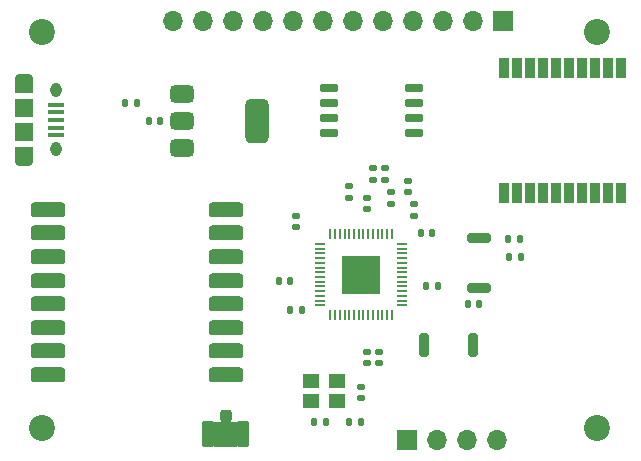
<source format=gbr>
%TF.GenerationSoftware,KiCad,Pcbnew,8.0.4*%
%TF.CreationDate,2024-08-04T16:14:02-04:00*%
%TF.ProjectId,board,626f6172-642e-46b6-9963-61645f706362,rev?*%
%TF.SameCoordinates,Original*%
%TF.FileFunction,Soldermask,Top*%
%TF.FilePolarity,Negative*%
%FSLAX46Y46*%
G04 Gerber Fmt 4.6, Leading zero omitted, Abs format (unit mm)*
G04 Created by KiCad (PCBNEW 8.0.4) date 2024-08-04 16:14:02*
%MOMM*%
%LPD*%
G01*
G04 APERTURE LIST*
G04 Aperture macros list*
%AMRoundRect*
0 Rectangle with rounded corners*
0 $1 Rounding radius*
0 $2 $3 $4 $5 $6 $7 $8 $9 X,Y pos of 4 corners*
0 Add a 4 corners polygon primitive as box body*
4,1,4,$2,$3,$4,$5,$6,$7,$8,$9,$2,$3,0*
0 Add four circle primitives for the rounded corners*
1,1,$1+$1,$2,$3*
1,1,$1+$1,$4,$5*
1,1,$1+$1,$6,$7*
1,1,$1+$1,$8,$9*
0 Add four rect primitives between the rounded corners*
20,1,$1+$1,$2,$3,$4,$5,0*
20,1,$1+$1,$4,$5,$6,$7,0*
20,1,$1+$1,$6,$7,$8,$9,0*
20,1,$1+$1,$8,$9,$2,$3,0*%
G04 Aperture macros list end*
%ADD10RoundRect,0.200000X0.800000X-0.200000X0.800000X0.200000X-0.800000X0.200000X-0.800000X-0.200000X0*%
%ADD11RoundRect,0.140000X-0.170000X0.140000X-0.170000X-0.140000X0.170000X-0.140000X0.170000X0.140000X0*%
%ADD12RoundRect,0.135000X-0.185000X0.135000X-0.185000X-0.135000X0.185000X-0.135000X0.185000X0.135000X0*%
%ADD13C,2.200000*%
%ADD14RoundRect,0.200000X0.200000X0.800000X-0.200000X0.800000X-0.200000X-0.800000X0.200000X-0.800000X0*%
%ADD15R,1.700000X1.700000*%
%ADD16O,1.700000X1.700000*%
%ADD17RoundRect,0.140000X0.140000X0.170000X-0.140000X0.170000X-0.140000X-0.170000X0.140000X-0.170000X0*%
%ADD18RoundRect,0.140000X0.170000X-0.140000X0.170000X0.140000X-0.170000X0.140000X-0.170000X-0.140000X0*%
%ADD19RoundRect,0.135000X-0.135000X-0.185000X0.135000X-0.185000X0.135000X0.185000X-0.135000X0.185000X0*%
%ADD20RoundRect,0.317500X-1.157500X-0.317500X1.157500X-0.317500X1.157500X0.317500X-1.157500X0.317500X0*%
%ADD21RoundRect,0.140000X-0.140000X-0.170000X0.140000X-0.170000X0.140000X0.170000X-0.140000X0.170000X0*%
%ADD22RoundRect,0.375000X-0.625000X-0.375000X0.625000X-0.375000X0.625000X0.375000X-0.625000X0.375000X0*%
%ADD23RoundRect,0.500000X-0.500000X-1.400000X0.500000X-1.400000X0.500000X1.400000X-0.500000X1.400000X0*%
%ADD24RoundRect,0.150000X-0.650000X-0.150000X0.650000X-0.150000X0.650000X0.150000X-0.650000X0.150000X0*%
%ADD25R,1.350000X0.400000*%
%ADD26O,1.550000X0.890000*%
%ADD27R,1.550000X1.200000*%
%ADD28O,0.950000X1.250000*%
%ADD29R,1.550000X1.500000*%
%ADD30R,0.900000X1.800000*%
%ADD31RoundRect,0.050000X-0.387500X-0.050000X0.387500X-0.050000X0.387500X0.050000X-0.387500X0.050000X0*%
%ADD32RoundRect,0.050000X-0.050000X-0.387500X0.050000X-0.387500X0.050000X0.387500X-0.050000X0.387500X0*%
%ADD33R,3.200000X3.200000*%
%ADD34R,1.400000X1.200000*%
%ADD35RoundRect,0.135000X0.135000X0.185000X-0.135000X0.185000X-0.135000X-0.185000X0.135000X-0.185000X0*%
%ADD36RoundRect,0.250000X-0.250000X0.275000X-0.250000X-0.275000X0.250000X-0.275000X0.250000X0.275000X0*%
%ADD37RoundRect,0.250000X-0.275000X0.850000X-0.275000X-0.850000X0.275000X-0.850000X0.275000X0.850000X0*%
G04 APERTURE END LIST*
%TO.C,J1*%
G36*
X61465000Y-62510000D02*
G01*
X59585000Y-62510000D01*
X59585000Y-64600000D01*
X61465000Y-64600000D01*
X61465000Y-62510000D01*
G37*
%TD*%
D10*
%TO.C,SW1*%
X82000000Y-51100000D03*
X82000000Y-46900000D03*
%TD*%
D11*
%TO.C,C5*%
X66500000Y-45020000D03*
X66500000Y-45980000D03*
%TD*%
D12*
%TO.C,R2*%
X73000000Y-40980000D03*
X73000000Y-42000000D03*
%TD*%
D13*
%TO.C,REF\u002A\u002A*%
X45000000Y-29500000D03*
%TD*%
D14*
%TO.C,SW2*%
X81500000Y-56000000D03*
X77300000Y-56000000D03*
%TD*%
D15*
%TO.C,J2*%
X75920000Y-64000000D03*
D16*
X78460000Y-64000000D03*
X81000000Y-64000000D03*
X83540000Y-64000000D03*
%TD*%
D17*
%TO.C,C15*%
X69000000Y-62500000D03*
X68040000Y-62500000D03*
%TD*%
D18*
%TO.C,C16*%
X72000000Y-60480000D03*
X72000000Y-59520000D03*
%TD*%
D19*
%TO.C,R8*%
X65980000Y-53000000D03*
X67000000Y-53000000D03*
%TD*%
D13*
%TO.C,REF\u002A\u002A*%
X92000000Y-29500000D03*
%TD*%
D15*
%TO.C,J3*%
X84000000Y-28500000D03*
D16*
X81460000Y-28500000D03*
X78920000Y-28500000D03*
X76380000Y-28500000D03*
X73840000Y-28500000D03*
X71300000Y-28500000D03*
X68760000Y-28500000D03*
X66220000Y-28500000D03*
X63680000Y-28500000D03*
X61140000Y-28500000D03*
X58600000Y-28500000D03*
X56060000Y-28500000D03*
%TD*%
D20*
%TO.C,U4*%
X45475000Y-44500000D03*
X45475000Y-46500000D03*
X45475000Y-48500000D03*
X45475000Y-50500000D03*
X45475000Y-52500000D03*
X45475000Y-54500000D03*
X45475000Y-56500000D03*
X45475000Y-58500000D03*
X60525000Y-58500000D03*
X60525000Y-56500000D03*
X60525000Y-54500000D03*
X60525000Y-52500000D03*
X60525000Y-50500000D03*
X60525000Y-48500000D03*
X60525000Y-46500000D03*
X60525000Y-44500000D03*
%TD*%
D11*
%TO.C,C9*%
X73500000Y-56540000D03*
X73500000Y-57500000D03*
%TD*%
D18*
%TO.C,C11*%
X74500000Y-44000000D03*
X74500000Y-43040000D03*
%TD*%
D21*
%TO.C,C12*%
X52040000Y-35500000D03*
X53000000Y-35500000D03*
%TD*%
D22*
%TO.C,U3*%
X56850000Y-34700000D03*
X56850000Y-37000000D03*
D23*
X63150000Y-37000000D03*
D22*
X56850000Y-39300000D03*
%TD*%
D17*
%TO.C,C1*%
X78000000Y-46500000D03*
X77040000Y-46500000D03*
%TD*%
D24*
%TO.C,U2*%
X69300000Y-34190000D03*
X69300000Y-35460000D03*
X69300000Y-36730000D03*
X69300000Y-38000000D03*
X76500000Y-38000000D03*
X76500000Y-36730000D03*
X76500000Y-35460000D03*
X76500000Y-34190000D03*
%TD*%
D12*
%TO.C,R1*%
X73990000Y-40980000D03*
X73990000Y-42000000D03*
%TD*%
D13*
%TO.C,REF\u002A\u002A*%
X45000000Y-63000000D03*
%TD*%
D19*
%TO.C,R7*%
X70980000Y-62500000D03*
X72000000Y-62500000D03*
%TD*%
D25*
%TO.C,J4*%
X46200000Y-35600000D03*
X46200000Y-36250000D03*
X46200000Y-36900000D03*
X46200000Y-37550000D03*
X46200000Y-38200000D03*
D26*
X43500000Y-33400000D03*
D27*
X43500000Y-34000000D03*
D28*
X46200000Y-34400000D03*
D29*
X43500000Y-35900000D03*
X43500000Y-37900000D03*
D28*
X46200000Y-39400000D03*
D27*
X43500000Y-39800000D03*
D26*
X43500000Y-40400000D03*
%TD*%
D30*
%TO.C,U5*%
X94000000Y-32500500D03*
X92900000Y-32500000D03*
X91800000Y-32500000D03*
X90700000Y-32500000D03*
X89600000Y-32500000D03*
X88500000Y-32500000D03*
X87400000Y-32500000D03*
X86300000Y-32500000D03*
X85200000Y-32500000D03*
X84100000Y-32500000D03*
X84100000Y-43128000D03*
X85200000Y-43128000D03*
X86300000Y-43128000D03*
X87400000Y-43128000D03*
X88500000Y-43128000D03*
X89600000Y-43128000D03*
X90700000Y-43128000D03*
X91800000Y-43128000D03*
X92900000Y-43128000D03*
X94000000Y-43128000D03*
%TD*%
D17*
%TO.C,C13*%
X54980000Y-37000000D03*
X54020000Y-37000000D03*
%TD*%
D31*
%TO.C,U1*%
X68562500Y-47400000D03*
X68562500Y-47800000D03*
X68562500Y-48200000D03*
X68562500Y-48600000D03*
X68562500Y-49000000D03*
X68562500Y-49400000D03*
X68562500Y-49800000D03*
X68562500Y-50200000D03*
X68562500Y-50600000D03*
X68562500Y-51000000D03*
X68562500Y-51400000D03*
X68562500Y-51800000D03*
X68562500Y-52200000D03*
X68562500Y-52600000D03*
D32*
X69400000Y-53437500D03*
X69800000Y-53437500D03*
X70200000Y-53437500D03*
X70600000Y-53437500D03*
X71000000Y-53437500D03*
X71400000Y-53437500D03*
X71800000Y-53437500D03*
X72200000Y-53437500D03*
X72600000Y-53437500D03*
X73000000Y-53437500D03*
X73400000Y-53437500D03*
X73800000Y-53437500D03*
X74200000Y-53437500D03*
X74600000Y-53437500D03*
D31*
X75437500Y-52600000D03*
X75437500Y-52200000D03*
X75437500Y-51800000D03*
X75437500Y-51400000D03*
X75437500Y-51000000D03*
X75437500Y-50600000D03*
X75437500Y-50200000D03*
X75437500Y-49800000D03*
X75437500Y-49400000D03*
X75437500Y-49000000D03*
X75437500Y-48600000D03*
X75437500Y-48200000D03*
X75437500Y-47800000D03*
X75437500Y-47400000D03*
D32*
X74600000Y-46562500D03*
X74200000Y-46562500D03*
X73800000Y-46562500D03*
X73400000Y-46562500D03*
X73000000Y-46562500D03*
X72600000Y-46562500D03*
X72200000Y-46562500D03*
X71800000Y-46562500D03*
X71400000Y-46562500D03*
X71000000Y-46562500D03*
X70600000Y-46562500D03*
X70200000Y-46562500D03*
X69800000Y-46562500D03*
X69400000Y-46562500D03*
D33*
X72000000Y-50000000D03*
%TD*%
D21*
%TO.C,C4*%
X65020000Y-50500000D03*
X65980000Y-50500000D03*
%TD*%
D17*
%TO.C,C2*%
X78480000Y-51000000D03*
X77520000Y-51000000D03*
%TD*%
D13*
%TO.C,REF\u002A\u002A*%
X92000000Y-63000000D03*
%TD*%
D19*
%TO.C,R6*%
X84480000Y-47000000D03*
X85500000Y-47000000D03*
%TD*%
D34*
%TO.C,Y1*%
X67800000Y-60700000D03*
X70000000Y-60700000D03*
X70000000Y-59000000D03*
X67800000Y-59000000D03*
%TD*%
D11*
%TO.C,C6*%
X72500000Y-43520000D03*
X72500000Y-44480000D03*
%TD*%
%TO.C,C7*%
X76500000Y-44040000D03*
X76500000Y-45000000D03*
%TD*%
D18*
%TO.C,C8*%
X76000000Y-43000000D03*
X76000000Y-42040000D03*
%TD*%
D35*
%TO.C,R5*%
X85510000Y-48500000D03*
X84490000Y-48500000D03*
%TD*%
D18*
%TO.C,C10*%
X71000000Y-43480000D03*
X71000000Y-42520000D03*
%TD*%
%TO.C,C3*%
X72500000Y-57500000D03*
X72500000Y-56540000D03*
%TD*%
D21*
%TO.C,C14*%
X81020000Y-52500000D03*
X81980000Y-52500000D03*
%TD*%
D36*
%TO.C,J1*%
X60525000Y-61975000D03*
D37*
X62000000Y-63500000D03*
X59050000Y-63500000D03*
%TD*%
M02*

</source>
